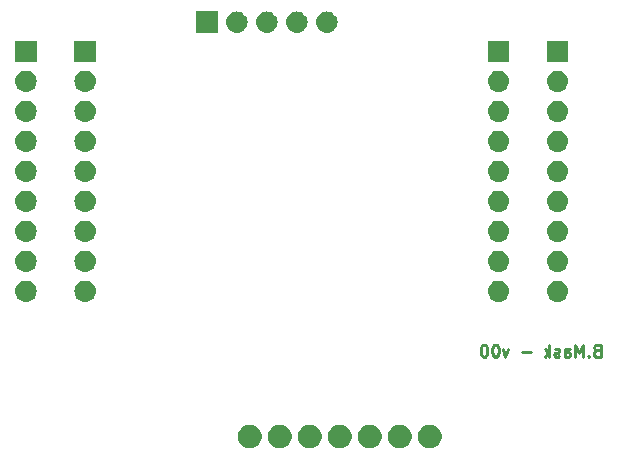
<source format=gbr>
G04 #@! TF.GenerationSoftware,KiCad,Pcbnew,(5.1.0)-1*
G04 #@! TF.CreationDate,2019-06-24T11:41:26+02:00*
G04 #@! TF.ProjectId,RF_433MHz_Receiver,52465f34-3333-44d4-987a-5f5265636569,00*
G04 #@! TF.SameCoordinates,Original*
G04 #@! TF.FileFunction,Soldermask,Bot*
G04 #@! TF.FilePolarity,Negative*
%FSLAX46Y46*%
G04 Gerber Fmt 4.6, Leading zero omitted, Abs format (unit mm)*
G04 Created by KiCad (PCBNEW (5.1.0)-1) date 2019-06-24 11:41:26*
%MOMM*%
%LPD*%
G04 APERTURE LIST*
%ADD10C,0.250000*%
%ADD11C,0.100000*%
G04 APERTURE END LIST*
D10*
X103313285Y-80340571D02*
X103170428Y-80388190D01*
X103122809Y-80435809D01*
X103075190Y-80531047D01*
X103075190Y-80673904D01*
X103122809Y-80769142D01*
X103170428Y-80816761D01*
X103265666Y-80864380D01*
X103646619Y-80864380D01*
X103646619Y-79864380D01*
X103313285Y-79864380D01*
X103218047Y-79912000D01*
X103170428Y-79959619D01*
X103122809Y-80054857D01*
X103122809Y-80150095D01*
X103170428Y-80245333D01*
X103218047Y-80292952D01*
X103313285Y-80340571D01*
X103646619Y-80340571D01*
X102646619Y-80769142D02*
X102599000Y-80816761D01*
X102646619Y-80864380D01*
X102694238Y-80816761D01*
X102646619Y-80769142D01*
X102646619Y-80864380D01*
X102170428Y-80864380D02*
X102170428Y-79864380D01*
X101837095Y-80578666D01*
X101503761Y-79864380D01*
X101503761Y-80864380D01*
X100599000Y-80864380D02*
X100599000Y-80340571D01*
X100646619Y-80245333D01*
X100741857Y-80197714D01*
X100932333Y-80197714D01*
X101027571Y-80245333D01*
X100599000Y-80816761D02*
X100694238Y-80864380D01*
X100932333Y-80864380D01*
X101027571Y-80816761D01*
X101075190Y-80721523D01*
X101075190Y-80626285D01*
X101027571Y-80531047D01*
X100932333Y-80483428D01*
X100694238Y-80483428D01*
X100599000Y-80435809D01*
X100170428Y-80816761D02*
X100075190Y-80864380D01*
X99884714Y-80864380D01*
X99789476Y-80816761D01*
X99741857Y-80721523D01*
X99741857Y-80673904D01*
X99789476Y-80578666D01*
X99884714Y-80531047D01*
X100027571Y-80531047D01*
X100122809Y-80483428D01*
X100170428Y-80388190D01*
X100170428Y-80340571D01*
X100122809Y-80245333D01*
X100027571Y-80197714D01*
X99884714Y-80197714D01*
X99789476Y-80245333D01*
X99313285Y-80864380D02*
X99313285Y-79864380D01*
X99218047Y-80483428D02*
X98932333Y-80864380D01*
X98932333Y-80197714D02*
X99313285Y-80578666D01*
X97741857Y-80483428D02*
X96979952Y-80483428D01*
X95837095Y-80197714D02*
X95599000Y-80864380D01*
X95360904Y-80197714D01*
X94789476Y-79864380D02*
X94694238Y-79864380D01*
X94599000Y-79912000D01*
X94551380Y-79959619D01*
X94503761Y-80054857D01*
X94456142Y-80245333D01*
X94456142Y-80483428D01*
X94503761Y-80673904D01*
X94551380Y-80769142D01*
X94599000Y-80816761D01*
X94694238Y-80864380D01*
X94789476Y-80864380D01*
X94884714Y-80816761D01*
X94932333Y-80769142D01*
X94979952Y-80673904D01*
X95027571Y-80483428D01*
X95027571Y-80245333D01*
X94979952Y-80054857D01*
X94932333Y-79959619D01*
X94884714Y-79912000D01*
X94789476Y-79864380D01*
X93837095Y-79864380D02*
X93741857Y-79864380D01*
X93646619Y-79912000D01*
X93599000Y-79959619D01*
X93551380Y-80054857D01*
X93503761Y-80245333D01*
X93503761Y-80483428D01*
X93551380Y-80673904D01*
X93599000Y-80769142D01*
X93646619Y-80816761D01*
X93741857Y-80864380D01*
X93837095Y-80864380D01*
X93932333Y-80816761D01*
X93979952Y-80769142D01*
X94027571Y-80673904D01*
X94075190Y-80483428D01*
X94075190Y-80245333D01*
X94027571Y-80054857D01*
X93979952Y-79959619D01*
X93932333Y-79912000D01*
X93837095Y-79864380D01*
D11*
G36*
X84300285Y-86652234D02*
G01*
X84396981Y-86671468D01*
X84579151Y-86746926D01*
X84743100Y-86856473D01*
X84882527Y-86995900D01*
X84992074Y-87159849D01*
X85067532Y-87342019D01*
X85106000Y-87535410D01*
X85106000Y-87732590D01*
X85067532Y-87925981D01*
X84992074Y-88108151D01*
X84882527Y-88272100D01*
X84743100Y-88411527D01*
X84579151Y-88521074D01*
X84396981Y-88596532D01*
X84300285Y-88615766D01*
X84203591Y-88635000D01*
X84006409Y-88635000D01*
X83909715Y-88615766D01*
X83813019Y-88596532D01*
X83630849Y-88521074D01*
X83466900Y-88411527D01*
X83327473Y-88272100D01*
X83217926Y-88108151D01*
X83142468Y-87925981D01*
X83104000Y-87732590D01*
X83104000Y-87535410D01*
X83142468Y-87342019D01*
X83217926Y-87159849D01*
X83327473Y-86995900D01*
X83466900Y-86856473D01*
X83630849Y-86746926D01*
X83813019Y-86671468D01*
X83909715Y-86652234D01*
X84006409Y-86633000D01*
X84203591Y-86633000D01*
X84300285Y-86652234D01*
X84300285Y-86652234D01*
G37*
G36*
X86840285Y-86652234D02*
G01*
X86936981Y-86671468D01*
X87119151Y-86746926D01*
X87283100Y-86856473D01*
X87422527Y-86995900D01*
X87532074Y-87159849D01*
X87607532Y-87342019D01*
X87646000Y-87535410D01*
X87646000Y-87732590D01*
X87607532Y-87925981D01*
X87532074Y-88108151D01*
X87422527Y-88272100D01*
X87283100Y-88411527D01*
X87119151Y-88521074D01*
X86936981Y-88596532D01*
X86840285Y-88615766D01*
X86743591Y-88635000D01*
X86546409Y-88635000D01*
X86449715Y-88615766D01*
X86353019Y-88596532D01*
X86170849Y-88521074D01*
X86006900Y-88411527D01*
X85867473Y-88272100D01*
X85757926Y-88108151D01*
X85682468Y-87925981D01*
X85644000Y-87732590D01*
X85644000Y-87535410D01*
X85682468Y-87342019D01*
X85757926Y-87159849D01*
X85867473Y-86995900D01*
X86006900Y-86856473D01*
X86170849Y-86746926D01*
X86353019Y-86671468D01*
X86449715Y-86652234D01*
X86546409Y-86633000D01*
X86743591Y-86633000D01*
X86840285Y-86652234D01*
X86840285Y-86652234D01*
G37*
G36*
X89380285Y-86652234D02*
G01*
X89476981Y-86671468D01*
X89659151Y-86746926D01*
X89823100Y-86856473D01*
X89962527Y-86995900D01*
X90072074Y-87159849D01*
X90147532Y-87342019D01*
X90186000Y-87535410D01*
X90186000Y-87732590D01*
X90147532Y-87925981D01*
X90072074Y-88108151D01*
X89962527Y-88272100D01*
X89823100Y-88411527D01*
X89659151Y-88521074D01*
X89476981Y-88596532D01*
X89380285Y-88615766D01*
X89283591Y-88635000D01*
X89086409Y-88635000D01*
X88989715Y-88615766D01*
X88893019Y-88596532D01*
X88710849Y-88521074D01*
X88546900Y-88411527D01*
X88407473Y-88272100D01*
X88297926Y-88108151D01*
X88222468Y-87925981D01*
X88184000Y-87732590D01*
X88184000Y-87535410D01*
X88222468Y-87342019D01*
X88297926Y-87159849D01*
X88407473Y-86995900D01*
X88546900Y-86856473D01*
X88710849Y-86746926D01*
X88893019Y-86671468D01*
X88989715Y-86652234D01*
X89086409Y-86633000D01*
X89283591Y-86633000D01*
X89380285Y-86652234D01*
X89380285Y-86652234D01*
G37*
G36*
X79220285Y-86652234D02*
G01*
X79316981Y-86671468D01*
X79499151Y-86746926D01*
X79663100Y-86856473D01*
X79802527Y-86995900D01*
X79912074Y-87159849D01*
X79987532Y-87342019D01*
X80026000Y-87535410D01*
X80026000Y-87732590D01*
X79987532Y-87925981D01*
X79912074Y-88108151D01*
X79802527Y-88272100D01*
X79663100Y-88411527D01*
X79499151Y-88521074D01*
X79316981Y-88596532D01*
X79220285Y-88615766D01*
X79123591Y-88635000D01*
X78926409Y-88635000D01*
X78829715Y-88615766D01*
X78733019Y-88596532D01*
X78550849Y-88521074D01*
X78386900Y-88411527D01*
X78247473Y-88272100D01*
X78137926Y-88108151D01*
X78062468Y-87925981D01*
X78024000Y-87732590D01*
X78024000Y-87535410D01*
X78062468Y-87342019D01*
X78137926Y-87159849D01*
X78247473Y-86995900D01*
X78386900Y-86856473D01*
X78550849Y-86746926D01*
X78733019Y-86671468D01*
X78829715Y-86652234D01*
X78926409Y-86633000D01*
X79123591Y-86633000D01*
X79220285Y-86652234D01*
X79220285Y-86652234D01*
G37*
G36*
X74140285Y-86652234D02*
G01*
X74236981Y-86671468D01*
X74419151Y-86746926D01*
X74583100Y-86856473D01*
X74722527Y-86995900D01*
X74832074Y-87159849D01*
X74907532Y-87342019D01*
X74946000Y-87535410D01*
X74946000Y-87732590D01*
X74907532Y-87925981D01*
X74832074Y-88108151D01*
X74722527Y-88272100D01*
X74583100Y-88411527D01*
X74419151Y-88521074D01*
X74236981Y-88596532D01*
X74140285Y-88615766D01*
X74043591Y-88635000D01*
X73846409Y-88635000D01*
X73749715Y-88615766D01*
X73653019Y-88596532D01*
X73470849Y-88521074D01*
X73306900Y-88411527D01*
X73167473Y-88272100D01*
X73057926Y-88108151D01*
X72982468Y-87925981D01*
X72944000Y-87732590D01*
X72944000Y-87535410D01*
X72982468Y-87342019D01*
X73057926Y-87159849D01*
X73167473Y-86995900D01*
X73306900Y-86856473D01*
X73470849Y-86746926D01*
X73653019Y-86671468D01*
X73749715Y-86652234D01*
X73846409Y-86633000D01*
X74043591Y-86633000D01*
X74140285Y-86652234D01*
X74140285Y-86652234D01*
G37*
G36*
X81760285Y-86652234D02*
G01*
X81856981Y-86671468D01*
X82039151Y-86746926D01*
X82203100Y-86856473D01*
X82342527Y-86995900D01*
X82452074Y-87159849D01*
X82527532Y-87342019D01*
X82566000Y-87535410D01*
X82566000Y-87732590D01*
X82527532Y-87925981D01*
X82452074Y-88108151D01*
X82342527Y-88272100D01*
X82203100Y-88411527D01*
X82039151Y-88521074D01*
X81856981Y-88596532D01*
X81760285Y-88615766D01*
X81663591Y-88635000D01*
X81466409Y-88635000D01*
X81369715Y-88615766D01*
X81273019Y-88596532D01*
X81090849Y-88521074D01*
X80926900Y-88411527D01*
X80787473Y-88272100D01*
X80677926Y-88108151D01*
X80602468Y-87925981D01*
X80564000Y-87732590D01*
X80564000Y-87535410D01*
X80602468Y-87342019D01*
X80677926Y-87159849D01*
X80787473Y-86995900D01*
X80926900Y-86856473D01*
X81090849Y-86746926D01*
X81273019Y-86671468D01*
X81369715Y-86652234D01*
X81466409Y-86633000D01*
X81663591Y-86633000D01*
X81760285Y-86652234D01*
X81760285Y-86652234D01*
G37*
G36*
X76680285Y-86652234D02*
G01*
X76776981Y-86671468D01*
X76959151Y-86746926D01*
X77123100Y-86856473D01*
X77262527Y-86995900D01*
X77372074Y-87159849D01*
X77447532Y-87342019D01*
X77486000Y-87535410D01*
X77486000Y-87732590D01*
X77447532Y-87925981D01*
X77372074Y-88108151D01*
X77262527Y-88272100D01*
X77123100Y-88411527D01*
X76959151Y-88521074D01*
X76776981Y-88596532D01*
X76680285Y-88615766D01*
X76583591Y-88635000D01*
X76386409Y-88635000D01*
X76289715Y-88615766D01*
X76193019Y-88596532D01*
X76010849Y-88521074D01*
X75846900Y-88411527D01*
X75707473Y-88272100D01*
X75597926Y-88108151D01*
X75522468Y-87925981D01*
X75484000Y-87732590D01*
X75484000Y-87535410D01*
X75522468Y-87342019D01*
X75597926Y-87159849D01*
X75707473Y-86995900D01*
X75846900Y-86856473D01*
X76010849Y-86746926D01*
X76193019Y-86671468D01*
X76289715Y-86652234D01*
X76386409Y-86633000D01*
X76583591Y-86633000D01*
X76680285Y-86652234D01*
X76680285Y-86652234D01*
G37*
G36*
X100110442Y-74425518D02*
G01*
X100176627Y-74432037D01*
X100346466Y-74483557D01*
X100502991Y-74567222D01*
X100538729Y-74596552D01*
X100640186Y-74679814D01*
X100723448Y-74781271D01*
X100752778Y-74817009D01*
X100836443Y-74973534D01*
X100887963Y-75143373D01*
X100905359Y-75320000D01*
X100887963Y-75496627D01*
X100836443Y-75666466D01*
X100752778Y-75822991D01*
X100723448Y-75858729D01*
X100640186Y-75960186D01*
X100538729Y-76043448D01*
X100502991Y-76072778D01*
X100346466Y-76156443D01*
X100176627Y-76207963D01*
X100110442Y-76214482D01*
X100044260Y-76221000D01*
X99955740Y-76221000D01*
X99889558Y-76214482D01*
X99823373Y-76207963D01*
X99653534Y-76156443D01*
X99497009Y-76072778D01*
X99461271Y-76043448D01*
X99359814Y-75960186D01*
X99276552Y-75858729D01*
X99247222Y-75822991D01*
X99163557Y-75666466D01*
X99112037Y-75496627D01*
X99094641Y-75320000D01*
X99112037Y-75143373D01*
X99163557Y-74973534D01*
X99247222Y-74817009D01*
X99276552Y-74781271D01*
X99359814Y-74679814D01*
X99461271Y-74596552D01*
X99497009Y-74567222D01*
X99653534Y-74483557D01*
X99823373Y-74432037D01*
X99889558Y-74425518D01*
X99955740Y-74419000D01*
X100044260Y-74419000D01*
X100110442Y-74425518D01*
X100110442Y-74425518D01*
G37*
G36*
X95110442Y-74425518D02*
G01*
X95176627Y-74432037D01*
X95346466Y-74483557D01*
X95502991Y-74567222D01*
X95538729Y-74596552D01*
X95640186Y-74679814D01*
X95723448Y-74781271D01*
X95752778Y-74817009D01*
X95836443Y-74973534D01*
X95887963Y-75143373D01*
X95905359Y-75320000D01*
X95887963Y-75496627D01*
X95836443Y-75666466D01*
X95752778Y-75822991D01*
X95723448Y-75858729D01*
X95640186Y-75960186D01*
X95538729Y-76043448D01*
X95502991Y-76072778D01*
X95346466Y-76156443D01*
X95176627Y-76207963D01*
X95110442Y-76214482D01*
X95044260Y-76221000D01*
X94955740Y-76221000D01*
X94889558Y-76214482D01*
X94823373Y-76207963D01*
X94653534Y-76156443D01*
X94497009Y-76072778D01*
X94461271Y-76043448D01*
X94359814Y-75960186D01*
X94276552Y-75858729D01*
X94247222Y-75822991D01*
X94163557Y-75666466D01*
X94112037Y-75496627D01*
X94094641Y-75320000D01*
X94112037Y-75143373D01*
X94163557Y-74973534D01*
X94247222Y-74817009D01*
X94276552Y-74781271D01*
X94359814Y-74679814D01*
X94461271Y-74596552D01*
X94497009Y-74567222D01*
X94653534Y-74483557D01*
X94823373Y-74432037D01*
X94889558Y-74425518D01*
X94955740Y-74419000D01*
X95044260Y-74419000D01*
X95110442Y-74425518D01*
X95110442Y-74425518D01*
G37*
G36*
X60110442Y-74425518D02*
G01*
X60176627Y-74432037D01*
X60346466Y-74483557D01*
X60502991Y-74567222D01*
X60538729Y-74596552D01*
X60640186Y-74679814D01*
X60723448Y-74781271D01*
X60752778Y-74817009D01*
X60836443Y-74973534D01*
X60887963Y-75143373D01*
X60905359Y-75320000D01*
X60887963Y-75496627D01*
X60836443Y-75666466D01*
X60752778Y-75822991D01*
X60723448Y-75858729D01*
X60640186Y-75960186D01*
X60538729Y-76043448D01*
X60502991Y-76072778D01*
X60346466Y-76156443D01*
X60176627Y-76207963D01*
X60110442Y-76214482D01*
X60044260Y-76221000D01*
X59955740Y-76221000D01*
X59889558Y-76214482D01*
X59823373Y-76207963D01*
X59653534Y-76156443D01*
X59497009Y-76072778D01*
X59461271Y-76043448D01*
X59359814Y-75960186D01*
X59276552Y-75858729D01*
X59247222Y-75822991D01*
X59163557Y-75666466D01*
X59112037Y-75496627D01*
X59094641Y-75320000D01*
X59112037Y-75143373D01*
X59163557Y-74973534D01*
X59247222Y-74817009D01*
X59276552Y-74781271D01*
X59359814Y-74679814D01*
X59461271Y-74596552D01*
X59497009Y-74567222D01*
X59653534Y-74483557D01*
X59823373Y-74432037D01*
X59889558Y-74425518D01*
X59955740Y-74419000D01*
X60044260Y-74419000D01*
X60110442Y-74425518D01*
X60110442Y-74425518D01*
G37*
G36*
X55110442Y-74425518D02*
G01*
X55176627Y-74432037D01*
X55346466Y-74483557D01*
X55502991Y-74567222D01*
X55538729Y-74596552D01*
X55640186Y-74679814D01*
X55723448Y-74781271D01*
X55752778Y-74817009D01*
X55836443Y-74973534D01*
X55887963Y-75143373D01*
X55905359Y-75320000D01*
X55887963Y-75496627D01*
X55836443Y-75666466D01*
X55752778Y-75822991D01*
X55723448Y-75858729D01*
X55640186Y-75960186D01*
X55538729Y-76043448D01*
X55502991Y-76072778D01*
X55346466Y-76156443D01*
X55176627Y-76207963D01*
X55110442Y-76214482D01*
X55044260Y-76221000D01*
X54955740Y-76221000D01*
X54889558Y-76214482D01*
X54823373Y-76207963D01*
X54653534Y-76156443D01*
X54497009Y-76072778D01*
X54461271Y-76043448D01*
X54359814Y-75960186D01*
X54276552Y-75858729D01*
X54247222Y-75822991D01*
X54163557Y-75666466D01*
X54112037Y-75496627D01*
X54094641Y-75320000D01*
X54112037Y-75143373D01*
X54163557Y-74973534D01*
X54247222Y-74817009D01*
X54276552Y-74781271D01*
X54359814Y-74679814D01*
X54461271Y-74596552D01*
X54497009Y-74567222D01*
X54653534Y-74483557D01*
X54823373Y-74432037D01*
X54889558Y-74425518D01*
X54955740Y-74419000D01*
X55044260Y-74419000D01*
X55110442Y-74425518D01*
X55110442Y-74425518D01*
G37*
G36*
X95110443Y-71885519D02*
G01*
X95176627Y-71892037D01*
X95346466Y-71943557D01*
X95502991Y-72027222D01*
X95538729Y-72056552D01*
X95640186Y-72139814D01*
X95723448Y-72241271D01*
X95752778Y-72277009D01*
X95836443Y-72433534D01*
X95887963Y-72603373D01*
X95905359Y-72780000D01*
X95887963Y-72956627D01*
X95836443Y-73126466D01*
X95752778Y-73282991D01*
X95723448Y-73318729D01*
X95640186Y-73420186D01*
X95538729Y-73503448D01*
X95502991Y-73532778D01*
X95346466Y-73616443D01*
X95176627Y-73667963D01*
X95110443Y-73674481D01*
X95044260Y-73681000D01*
X94955740Y-73681000D01*
X94889557Y-73674481D01*
X94823373Y-73667963D01*
X94653534Y-73616443D01*
X94497009Y-73532778D01*
X94461271Y-73503448D01*
X94359814Y-73420186D01*
X94276552Y-73318729D01*
X94247222Y-73282991D01*
X94163557Y-73126466D01*
X94112037Y-72956627D01*
X94094641Y-72780000D01*
X94112037Y-72603373D01*
X94163557Y-72433534D01*
X94247222Y-72277009D01*
X94276552Y-72241271D01*
X94359814Y-72139814D01*
X94461271Y-72056552D01*
X94497009Y-72027222D01*
X94653534Y-71943557D01*
X94823373Y-71892037D01*
X94889557Y-71885519D01*
X94955740Y-71879000D01*
X95044260Y-71879000D01*
X95110443Y-71885519D01*
X95110443Y-71885519D01*
G37*
G36*
X60110443Y-71885519D02*
G01*
X60176627Y-71892037D01*
X60346466Y-71943557D01*
X60502991Y-72027222D01*
X60538729Y-72056552D01*
X60640186Y-72139814D01*
X60723448Y-72241271D01*
X60752778Y-72277009D01*
X60836443Y-72433534D01*
X60887963Y-72603373D01*
X60905359Y-72780000D01*
X60887963Y-72956627D01*
X60836443Y-73126466D01*
X60752778Y-73282991D01*
X60723448Y-73318729D01*
X60640186Y-73420186D01*
X60538729Y-73503448D01*
X60502991Y-73532778D01*
X60346466Y-73616443D01*
X60176627Y-73667963D01*
X60110443Y-73674481D01*
X60044260Y-73681000D01*
X59955740Y-73681000D01*
X59889557Y-73674481D01*
X59823373Y-73667963D01*
X59653534Y-73616443D01*
X59497009Y-73532778D01*
X59461271Y-73503448D01*
X59359814Y-73420186D01*
X59276552Y-73318729D01*
X59247222Y-73282991D01*
X59163557Y-73126466D01*
X59112037Y-72956627D01*
X59094641Y-72780000D01*
X59112037Y-72603373D01*
X59163557Y-72433534D01*
X59247222Y-72277009D01*
X59276552Y-72241271D01*
X59359814Y-72139814D01*
X59461271Y-72056552D01*
X59497009Y-72027222D01*
X59653534Y-71943557D01*
X59823373Y-71892037D01*
X59889557Y-71885519D01*
X59955740Y-71879000D01*
X60044260Y-71879000D01*
X60110443Y-71885519D01*
X60110443Y-71885519D01*
G37*
G36*
X55110443Y-71885519D02*
G01*
X55176627Y-71892037D01*
X55346466Y-71943557D01*
X55502991Y-72027222D01*
X55538729Y-72056552D01*
X55640186Y-72139814D01*
X55723448Y-72241271D01*
X55752778Y-72277009D01*
X55836443Y-72433534D01*
X55887963Y-72603373D01*
X55905359Y-72780000D01*
X55887963Y-72956627D01*
X55836443Y-73126466D01*
X55752778Y-73282991D01*
X55723448Y-73318729D01*
X55640186Y-73420186D01*
X55538729Y-73503448D01*
X55502991Y-73532778D01*
X55346466Y-73616443D01*
X55176627Y-73667963D01*
X55110443Y-73674481D01*
X55044260Y-73681000D01*
X54955740Y-73681000D01*
X54889557Y-73674481D01*
X54823373Y-73667963D01*
X54653534Y-73616443D01*
X54497009Y-73532778D01*
X54461271Y-73503448D01*
X54359814Y-73420186D01*
X54276552Y-73318729D01*
X54247222Y-73282991D01*
X54163557Y-73126466D01*
X54112037Y-72956627D01*
X54094641Y-72780000D01*
X54112037Y-72603373D01*
X54163557Y-72433534D01*
X54247222Y-72277009D01*
X54276552Y-72241271D01*
X54359814Y-72139814D01*
X54461271Y-72056552D01*
X54497009Y-72027222D01*
X54653534Y-71943557D01*
X54823373Y-71892037D01*
X54889557Y-71885519D01*
X54955740Y-71879000D01*
X55044260Y-71879000D01*
X55110443Y-71885519D01*
X55110443Y-71885519D01*
G37*
G36*
X100110443Y-71885519D02*
G01*
X100176627Y-71892037D01*
X100346466Y-71943557D01*
X100502991Y-72027222D01*
X100538729Y-72056552D01*
X100640186Y-72139814D01*
X100723448Y-72241271D01*
X100752778Y-72277009D01*
X100836443Y-72433534D01*
X100887963Y-72603373D01*
X100905359Y-72780000D01*
X100887963Y-72956627D01*
X100836443Y-73126466D01*
X100752778Y-73282991D01*
X100723448Y-73318729D01*
X100640186Y-73420186D01*
X100538729Y-73503448D01*
X100502991Y-73532778D01*
X100346466Y-73616443D01*
X100176627Y-73667963D01*
X100110443Y-73674481D01*
X100044260Y-73681000D01*
X99955740Y-73681000D01*
X99889557Y-73674481D01*
X99823373Y-73667963D01*
X99653534Y-73616443D01*
X99497009Y-73532778D01*
X99461271Y-73503448D01*
X99359814Y-73420186D01*
X99276552Y-73318729D01*
X99247222Y-73282991D01*
X99163557Y-73126466D01*
X99112037Y-72956627D01*
X99094641Y-72780000D01*
X99112037Y-72603373D01*
X99163557Y-72433534D01*
X99247222Y-72277009D01*
X99276552Y-72241271D01*
X99359814Y-72139814D01*
X99461271Y-72056552D01*
X99497009Y-72027222D01*
X99653534Y-71943557D01*
X99823373Y-71892037D01*
X99889557Y-71885519D01*
X99955740Y-71879000D01*
X100044260Y-71879000D01*
X100110443Y-71885519D01*
X100110443Y-71885519D01*
G37*
G36*
X95110443Y-69345519D02*
G01*
X95176627Y-69352037D01*
X95346466Y-69403557D01*
X95502991Y-69487222D01*
X95538729Y-69516552D01*
X95640186Y-69599814D01*
X95723448Y-69701271D01*
X95752778Y-69737009D01*
X95836443Y-69893534D01*
X95887963Y-70063373D01*
X95905359Y-70240000D01*
X95887963Y-70416627D01*
X95836443Y-70586466D01*
X95752778Y-70742991D01*
X95723448Y-70778729D01*
X95640186Y-70880186D01*
X95538729Y-70963448D01*
X95502991Y-70992778D01*
X95346466Y-71076443D01*
X95176627Y-71127963D01*
X95110442Y-71134482D01*
X95044260Y-71141000D01*
X94955740Y-71141000D01*
X94889558Y-71134482D01*
X94823373Y-71127963D01*
X94653534Y-71076443D01*
X94497009Y-70992778D01*
X94461271Y-70963448D01*
X94359814Y-70880186D01*
X94276552Y-70778729D01*
X94247222Y-70742991D01*
X94163557Y-70586466D01*
X94112037Y-70416627D01*
X94094641Y-70240000D01*
X94112037Y-70063373D01*
X94163557Y-69893534D01*
X94247222Y-69737009D01*
X94276552Y-69701271D01*
X94359814Y-69599814D01*
X94461271Y-69516552D01*
X94497009Y-69487222D01*
X94653534Y-69403557D01*
X94823373Y-69352037D01*
X94889557Y-69345519D01*
X94955740Y-69339000D01*
X95044260Y-69339000D01*
X95110443Y-69345519D01*
X95110443Y-69345519D01*
G37*
G36*
X60110443Y-69345519D02*
G01*
X60176627Y-69352037D01*
X60346466Y-69403557D01*
X60502991Y-69487222D01*
X60538729Y-69516552D01*
X60640186Y-69599814D01*
X60723448Y-69701271D01*
X60752778Y-69737009D01*
X60836443Y-69893534D01*
X60887963Y-70063373D01*
X60905359Y-70240000D01*
X60887963Y-70416627D01*
X60836443Y-70586466D01*
X60752778Y-70742991D01*
X60723448Y-70778729D01*
X60640186Y-70880186D01*
X60538729Y-70963448D01*
X60502991Y-70992778D01*
X60346466Y-71076443D01*
X60176627Y-71127963D01*
X60110442Y-71134482D01*
X60044260Y-71141000D01*
X59955740Y-71141000D01*
X59889558Y-71134482D01*
X59823373Y-71127963D01*
X59653534Y-71076443D01*
X59497009Y-70992778D01*
X59461271Y-70963448D01*
X59359814Y-70880186D01*
X59276552Y-70778729D01*
X59247222Y-70742991D01*
X59163557Y-70586466D01*
X59112037Y-70416627D01*
X59094641Y-70240000D01*
X59112037Y-70063373D01*
X59163557Y-69893534D01*
X59247222Y-69737009D01*
X59276552Y-69701271D01*
X59359814Y-69599814D01*
X59461271Y-69516552D01*
X59497009Y-69487222D01*
X59653534Y-69403557D01*
X59823373Y-69352037D01*
X59889557Y-69345519D01*
X59955740Y-69339000D01*
X60044260Y-69339000D01*
X60110443Y-69345519D01*
X60110443Y-69345519D01*
G37*
G36*
X55110443Y-69345519D02*
G01*
X55176627Y-69352037D01*
X55346466Y-69403557D01*
X55502991Y-69487222D01*
X55538729Y-69516552D01*
X55640186Y-69599814D01*
X55723448Y-69701271D01*
X55752778Y-69737009D01*
X55836443Y-69893534D01*
X55887963Y-70063373D01*
X55905359Y-70240000D01*
X55887963Y-70416627D01*
X55836443Y-70586466D01*
X55752778Y-70742991D01*
X55723448Y-70778729D01*
X55640186Y-70880186D01*
X55538729Y-70963448D01*
X55502991Y-70992778D01*
X55346466Y-71076443D01*
X55176627Y-71127963D01*
X55110442Y-71134482D01*
X55044260Y-71141000D01*
X54955740Y-71141000D01*
X54889558Y-71134482D01*
X54823373Y-71127963D01*
X54653534Y-71076443D01*
X54497009Y-70992778D01*
X54461271Y-70963448D01*
X54359814Y-70880186D01*
X54276552Y-70778729D01*
X54247222Y-70742991D01*
X54163557Y-70586466D01*
X54112037Y-70416627D01*
X54094641Y-70240000D01*
X54112037Y-70063373D01*
X54163557Y-69893534D01*
X54247222Y-69737009D01*
X54276552Y-69701271D01*
X54359814Y-69599814D01*
X54461271Y-69516552D01*
X54497009Y-69487222D01*
X54653534Y-69403557D01*
X54823373Y-69352037D01*
X54889557Y-69345519D01*
X54955740Y-69339000D01*
X55044260Y-69339000D01*
X55110443Y-69345519D01*
X55110443Y-69345519D01*
G37*
G36*
X100110443Y-69345519D02*
G01*
X100176627Y-69352037D01*
X100346466Y-69403557D01*
X100502991Y-69487222D01*
X100538729Y-69516552D01*
X100640186Y-69599814D01*
X100723448Y-69701271D01*
X100752778Y-69737009D01*
X100836443Y-69893534D01*
X100887963Y-70063373D01*
X100905359Y-70240000D01*
X100887963Y-70416627D01*
X100836443Y-70586466D01*
X100752778Y-70742991D01*
X100723448Y-70778729D01*
X100640186Y-70880186D01*
X100538729Y-70963448D01*
X100502991Y-70992778D01*
X100346466Y-71076443D01*
X100176627Y-71127963D01*
X100110442Y-71134482D01*
X100044260Y-71141000D01*
X99955740Y-71141000D01*
X99889558Y-71134482D01*
X99823373Y-71127963D01*
X99653534Y-71076443D01*
X99497009Y-70992778D01*
X99461271Y-70963448D01*
X99359814Y-70880186D01*
X99276552Y-70778729D01*
X99247222Y-70742991D01*
X99163557Y-70586466D01*
X99112037Y-70416627D01*
X99094641Y-70240000D01*
X99112037Y-70063373D01*
X99163557Y-69893534D01*
X99247222Y-69737009D01*
X99276552Y-69701271D01*
X99359814Y-69599814D01*
X99461271Y-69516552D01*
X99497009Y-69487222D01*
X99653534Y-69403557D01*
X99823373Y-69352037D01*
X99889557Y-69345519D01*
X99955740Y-69339000D01*
X100044260Y-69339000D01*
X100110443Y-69345519D01*
X100110443Y-69345519D01*
G37*
G36*
X95110443Y-66805519D02*
G01*
X95176627Y-66812037D01*
X95346466Y-66863557D01*
X95502991Y-66947222D01*
X95538729Y-66976552D01*
X95640186Y-67059814D01*
X95723448Y-67161271D01*
X95752778Y-67197009D01*
X95836443Y-67353534D01*
X95887963Y-67523373D01*
X95905359Y-67700000D01*
X95887963Y-67876627D01*
X95836443Y-68046466D01*
X95752778Y-68202991D01*
X95723448Y-68238729D01*
X95640186Y-68340186D01*
X95538729Y-68423448D01*
X95502991Y-68452778D01*
X95346466Y-68536443D01*
X95176627Y-68587963D01*
X95110443Y-68594481D01*
X95044260Y-68601000D01*
X94955740Y-68601000D01*
X94889557Y-68594481D01*
X94823373Y-68587963D01*
X94653534Y-68536443D01*
X94497009Y-68452778D01*
X94461271Y-68423448D01*
X94359814Y-68340186D01*
X94276552Y-68238729D01*
X94247222Y-68202991D01*
X94163557Y-68046466D01*
X94112037Y-67876627D01*
X94094641Y-67700000D01*
X94112037Y-67523373D01*
X94163557Y-67353534D01*
X94247222Y-67197009D01*
X94276552Y-67161271D01*
X94359814Y-67059814D01*
X94461271Y-66976552D01*
X94497009Y-66947222D01*
X94653534Y-66863557D01*
X94823373Y-66812037D01*
X94889557Y-66805519D01*
X94955740Y-66799000D01*
X95044260Y-66799000D01*
X95110443Y-66805519D01*
X95110443Y-66805519D01*
G37*
G36*
X60110443Y-66805519D02*
G01*
X60176627Y-66812037D01*
X60346466Y-66863557D01*
X60502991Y-66947222D01*
X60538729Y-66976552D01*
X60640186Y-67059814D01*
X60723448Y-67161271D01*
X60752778Y-67197009D01*
X60836443Y-67353534D01*
X60887963Y-67523373D01*
X60905359Y-67700000D01*
X60887963Y-67876627D01*
X60836443Y-68046466D01*
X60752778Y-68202991D01*
X60723448Y-68238729D01*
X60640186Y-68340186D01*
X60538729Y-68423448D01*
X60502991Y-68452778D01*
X60346466Y-68536443D01*
X60176627Y-68587963D01*
X60110443Y-68594481D01*
X60044260Y-68601000D01*
X59955740Y-68601000D01*
X59889557Y-68594481D01*
X59823373Y-68587963D01*
X59653534Y-68536443D01*
X59497009Y-68452778D01*
X59461271Y-68423448D01*
X59359814Y-68340186D01*
X59276552Y-68238729D01*
X59247222Y-68202991D01*
X59163557Y-68046466D01*
X59112037Y-67876627D01*
X59094641Y-67700000D01*
X59112037Y-67523373D01*
X59163557Y-67353534D01*
X59247222Y-67197009D01*
X59276552Y-67161271D01*
X59359814Y-67059814D01*
X59461271Y-66976552D01*
X59497009Y-66947222D01*
X59653534Y-66863557D01*
X59823373Y-66812037D01*
X59889557Y-66805519D01*
X59955740Y-66799000D01*
X60044260Y-66799000D01*
X60110443Y-66805519D01*
X60110443Y-66805519D01*
G37*
G36*
X100110443Y-66805519D02*
G01*
X100176627Y-66812037D01*
X100346466Y-66863557D01*
X100502991Y-66947222D01*
X100538729Y-66976552D01*
X100640186Y-67059814D01*
X100723448Y-67161271D01*
X100752778Y-67197009D01*
X100836443Y-67353534D01*
X100887963Y-67523373D01*
X100905359Y-67700000D01*
X100887963Y-67876627D01*
X100836443Y-68046466D01*
X100752778Y-68202991D01*
X100723448Y-68238729D01*
X100640186Y-68340186D01*
X100538729Y-68423448D01*
X100502991Y-68452778D01*
X100346466Y-68536443D01*
X100176627Y-68587963D01*
X100110443Y-68594481D01*
X100044260Y-68601000D01*
X99955740Y-68601000D01*
X99889557Y-68594481D01*
X99823373Y-68587963D01*
X99653534Y-68536443D01*
X99497009Y-68452778D01*
X99461271Y-68423448D01*
X99359814Y-68340186D01*
X99276552Y-68238729D01*
X99247222Y-68202991D01*
X99163557Y-68046466D01*
X99112037Y-67876627D01*
X99094641Y-67700000D01*
X99112037Y-67523373D01*
X99163557Y-67353534D01*
X99247222Y-67197009D01*
X99276552Y-67161271D01*
X99359814Y-67059814D01*
X99461271Y-66976552D01*
X99497009Y-66947222D01*
X99653534Y-66863557D01*
X99823373Y-66812037D01*
X99889557Y-66805519D01*
X99955740Y-66799000D01*
X100044260Y-66799000D01*
X100110443Y-66805519D01*
X100110443Y-66805519D01*
G37*
G36*
X55110443Y-66805519D02*
G01*
X55176627Y-66812037D01*
X55346466Y-66863557D01*
X55502991Y-66947222D01*
X55538729Y-66976552D01*
X55640186Y-67059814D01*
X55723448Y-67161271D01*
X55752778Y-67197009D01*
X55836443Y-67353534D01*
X55887963Y-67523373D01*
X55905359Y-67700000D01*
X55887963Y-67876627D01*
X55836443Y-68046466D01*
X55752778Y-68202991D01*
X55723448Y-68238729D01*
X55640186Y-68340186D01*
X55538729Y-68423448D01*
X55502991Y-68452778D01*
X55346466Y-68536443D01*
X55176627Y-68587963D01*
X55110443Y-68594481D01*
X55044260Y-68601000D01*
X54955740Y-68601000D01*
X54889557Y-68594481D01*
X54823373Y-68587963D01*
X54653534Y-68536443D01*
X54497009Y-68452778D01*
X54461271Y-68423448D01*
X54359814Y-68340186D01*
X54276552Y-68238729D01*
X54247222Y-68202991D01*
X54163557Y-68046466D01*
X54112037Y-67876627D01*
X54094641Y-67700000D01*
X54112037Y-67523373D01*
X54163557Y-67353534D01*
X54247222Y-67197009D01*
X54276552Y-67161271D01*
X54359814Y-67059814D01*
X54461271Y-66976552D01*
X54497009Y-66947222D01*
X54653534Y-66863557D01*
X54823373Y-66812037D01*
X54889557Y-66805519D01*
X54955740Y-66799000D01*
X55044260Y-66799000D01*
X55110443Y-66805519D01*
X55110443Y-66805519D01*
G37*
G36*
X100110442Y-64265518D02*
G01*
X100176627Y-64272037D01*
X100346466Y-64323557D01*
X100502991Y-64407222D01*
X100538729Y-64436552D01*
X100640186Y-64519814D01*
X100723448Y-64621271D01*
X100752778Y-64657009D01*
X100836443Y-64813534D01*
X100887963Y-64983373D01*
X100905359Y-65160000D01*
X100887963Y-65336627D01*
X100836443Y-65506466D01*
X100752778Y-65662991D01*
X100723448Y-65698729D01*
X100640186Y-65800186D01*
X100538729Y-65883448D01*
X100502991Y-65912778D01*
X100346466Y-65996443D01*
X100176627Y-66047963D01*
X100110442Y-66054482D01*
X100044260Y-66061000D01*
X99955740Y-66061000D01*
X99889558Y-66054482D01*
X99823373Y-66047963D01*
X99653534Y-65996443D01*
X99497009Y-65912778D01*
X99461271Y-65883448D01*
X99359814Y-65800186D01*
X99276552Y-65698729D01*
X99247222Y-65662991D01*
X99163557Y-65506466D01*
X99112037Y-65336627D01*
X99094641Y-65160000D01*
X99112037Y-64983373D01*
X99163557Y-64813534D01*
X99247222Y-64657009D01*
X99276552Y-64621271D01*
X99359814Y-64519814D01*
X99461271Y-64436552D01*
X99497009Y-64407222D01*
X99653534Y-64323557D01*
X99823373Y-64272037D01*
X99889558Y-64265518D01*
X99955740Y-64259000D01*
X100044260Y-64259000D01*
X100110442Y-64265518D01*
X100110442Y-64265518D01*
G37*
G36*
X95110442Y-64265518D02*
G01*
X95176627Y-64272037D01*
X95346466Y-64323557D01*
X95502991Y-64407222D01*
X95538729Y-64436552D01*
X95640186Y-64519814D01*
X95723448Y-64621271D01*
X95752778Y-64657009D01*
X95836443Y-64813534D01*
X95887963Y-64983373D01*
X95905359Y-65160000D01*
X95887963Y-65336627D01*
X95836443Y-65506466D01*
X95752778Y-65662991D01*
X95723448Y-65698729D01*
X95640186Y-65800186D01*
X95538729Y-65883448D01*
X95502991Y-65912778D01*
X95346466Y-65996443D01*
X95176627Y-66047963D01*
X95110442Y-66054482D01*
X95044260Y-66061000D01*
X94955740Y-66061000D01*
X94889558Y-66054482D01*
X94823373Y-66047963D01*
X94653534Y-65996443D01*
X94497009Y-65912778D01*
X94461271Y-65883448D01*
X94359814Y-65800186D01*
X94276552Y-65698729D01*
X94247222Y-65662991D01*
X94163557Y-65506466D01*
X94112037Y-65336627D01*
X94094641Y-65160000D01*
X94112037Y-64983373D01*
X94163557Y-64813534D01*
X94247222Y-64657009D01*
X94276552Y-64621271D01*
X94359814Y-64519814D01*
X94461271Y-64436552D01*
X94497009Y-64407222D01*
X94653534Y-64323557D01*
X94823373Y-64272037D01*
X94889558Y-64265518D01*
X94955740Y-64259000D01*
X95044260Y-64259000D01*
X95110442Y-64265518D01*
X95110442Y-64265518D01*
G37*
G36*
X55110442Y-64265518D02*
G01*
X55176627Y-64272037D01*
X55346466Y-64323557D01*
X55502991Y-64407222D01*
X55538729Y-64436552D01*
X55640186Y-64519814D01*
X55723448Y-64621271D01*
X55752778Y-64657009D01*
X55836443Y-64813534D01*
X55887963Y-64983373D01*
X55905359Y-65160000D01*
X55887963Y-65336627D01*
X55836443Y-65506466D01*
X55752778Y-65662991D01*
X55723448Y-65698729D01*
X55640186Y-65800186D01*
X55538729Y-65883448D01*
X55502991Y-65912778D01*
X55346466Y-65996443D01*
X55176627Y-66047963D01*
X55110442Y-66054482D01*
X55044260Y-66061000D01*
X54955740Y-66061000D01*
X54889558Y-66054482D01*
X54823373Y-66047963D01*
X54653534Y-65996443D01*
X54497009Y-65912778D01*
X54461271Y-65883448D01*
X54359814Y-65800186D01*
X54276552Y-65698729D01*
X54247222Y-65662991D01*
X54163557Y-65506466D01*
X54112037Y-65336627D01*
X54094641Y-65160000D01*
X54112037Y-64983373D01*
X54163557Y-64813534D01*
X54247222Y-64657009D01*
X54276552Y-64621271D01*
X54359814Y-64519814D01*
X54461271Y-64436552D01*
X54497009Y-64407222D01*
X54653534Y-64323557D01*
X54823373Y-64272037D01*
X54889558Y-64265518D01*
X54955740Y-64259000D01*
X55044260Y-64259000D01*
X55110442Y-64265518D01*
X55110442Y-64265518D01*
G37*
G36*
X60110442Y-64265518D02*
G01*
X60176627Y-64272037D01*
X60346466Y-64323557D01*
X60502991Y-64407222D01*
X60538729Y-64436552D01*
X60640186Y-64519814D01*
X60723448Y-64621271D01*
X60752778Y-64657009D01*
X60836443Y-64813534D01*
X60887963Y-64983373D01*
X60905359Y-65160000D01*
X60887963Y-65336627D01*
X60836443Y-65506466D01*
X60752778Y-65662991D01*
X60723448Y-65698729D01*
X60640186Y-65800186D01*
X60538729Y-65883448D01*
X60502991Y-65912778D01*
X60346466Y-65996443D01*
X60176627Y-66047963D01*
X60110442Y-66054482D01*
X60044260Y-66061000D01*
X59955740Y-66061000D01*
X59889558Y-66054482D01*
X59823373Y-66047963D01*
X59653534Y-65996443D01*
X59497009Y-65912778D01*
X59461271Y-65883448D01*
X59359814Y-65800186D01*
X59276552Y-65698729D01*
X59247222Y-65662991D01*
X59163557Y-65506466D01*
X59112037Y-65336627D01*
X59094641Y-65160000D01*
X59112037Y-64983373D01*
X59163557Y-64813534D01*
X59247222Y-64657009D01*
X59276552Y-64621271D01*
X59359814Y-64519814D01*
X59461271Y-64436552D01*
X59497009Y-64407222D01*
X59653534Y-64323557D01*
X59823373Y-64272037D01*
X59889558Y-64265518D01*
X59955740Y-64259000D01*
X60044260Y-64259000D01*
X60110442Y-64265518D01*
X60110442Y-64265518D01*
G37*
G36*
X60110443Y-61725519D02*
G01*
X60176627Y-61732037D01*
X60346466Y-61783557D01*
X60502991Y-61867222D01*
X60538729Y-61896552D01*
X60640186Y-61979814D01*
X60723448Y-62081271D01*
X60752778Y-62117009D01*
X60836443Y-62273534D01*
X60887963Y-62443373D01*
X60905359Y-62620000D01*
X60887963Y-62796627D01*
X60836443Y-62966466D01*
X60752778Y-63122991D01*
X60723448Y-63158729D01*
X60640186Y-63260186D01*
X60538729Y-63343448D01*
X60502991Y-63372778D01*
X60346466Y-63456443D01*
X60176627Y-63507963D01*
X60110443Y-63514481D01*
X60044260Y-63521000D01*
X59955740Y-63521000D01*
X59889557Y-63514481D01*
X59823373Y-63507963D01*
X59653534Y-63456443D01*
X59497009Y-63372778D01*
X59461271Y-63343448D01*
X59359814Y-63260186D01*
X59276552Y-63158729D01*
X59247222Y-63122991D01*
X59163557Y-62966466D01*
X59112037Y-62796627D01*
X59094641Y-62620000D01*
X59112037Y-62443373D01*
X59163557Y-62273534D01*
X59247222Y-62117009D01*
X59276552Y-62081271D01*
X59359814Y-61979814D01*
X59461271Y-61896552D01*
X59497009Y-61867222D01*
X59653534Y-61783557D01*
X59823373Y-61732037D01*
X59889557Y-61725519D01*
X59955740Y-61719000D01*
X60044260Y-61719000D01*
X60110443Y-61725519D01*
X60110443Y-61725519D01*
G37*
G36*
X100110443Y-61725519D02*
G01*
X100176627Y-61732037D01*
X100346466Y-61783557D01*
X100502991Y-61867222D01*
X100538729Y-61896552D01*
X100640186Y-61979814D01*
X100723448Y-62081271D01*
X100752778Y-62117009D01*
X100836443Y-62273534D01*
X100887963Y-62443373D01*
X100905359Y-62620000D01*
X100887963Y-62796627D01*
X100836443Y-62966466D01*
X100752778Y-63122991D01*
X100723448Y-63158729D01*
X100640186Y-63260186D01*
X100538729Y-63343448D01*
X100502991Y-63372778D01*
X100346466Y-63456443D01*
X100176627Y-63507963D01*
X100110443Y-63514481D01*
X100044260Y-63521000D01*
X99955740Y-63521000D01*
X99889557Y-63514481D01*
X99823373Y-63507963D01*
X99653534Y-63456443D01*
X99497009Y-63372778D01*
X99461271Y-63343448D01*
X99359814Y-63260186D01*
X99276552Y-63158729D01*
X99247222Y-63122991D01*
X99163557Y-62966466D01*
X99112037Y-62796627D01*
X99094641Y-62620000D01*
X99112037Y-62443373D01*
X99163557Y-62273534D01*
X99247222Y-62117009D01*
X99276552Y-62081271D01*
X99359814Y-61979814D01*
X99461271Y-61896552D01*
X99497009Y-61867222D01*
X99653534Y-61783557D01*
X99823373Y-61732037D01*
X99889557Y-61725519D01*
X99955740Y-61719000D01*
X100044260Y-61719000D01*
X100110443Y-61725519D01*
X100110443Y-61725519D01*
G37*
G36*
X95110443Y-61725519D02*
G01*
X95176627Y-61732037D01*
X95346466Y-61783557D01*
X95502991Y-61867222D01*
X95538729Y-61896552D01*
X95640186Y-61979814D01*
X95723448Y-62081271D01*
X95752778Y-62117009D01*
X95836443Y-62273534D01*
X95887963Y-62443373D01*
X95905359Y-62620000D01*
X95887963Y-62796627D01*
X95836443Y-62966466D01*
X95752778Y-63122991D01*
X95723448Y-63158729D01*
X95640186Y-63260186D01*
X95538729Y-63343448D01*
X95502991Y-63372778D01*
X95346466Y-63456443D01*
X95176627Y-63507963D01*
X95110443Y-63514481D01*
X95044260Y-63521000D01*
X94955740Y-63521000D01*
X94889557Y-63514481D01*
X94823373Y-63507963D01*
X94653534Y-63456443D01*
X94497009Y-63372778D01*
X94461271Y-63343448D01*
X94359814Y-63260186D01*
X94276552Y-63158729D01*
X94247222Y-63122991D01*
X94163557Y-62966466D01*
X94112037Y-62796627D01*
X94094641Y-62620000D01*
X94112037Y-62443373D01*
X94163557Y-62273534D01*
X94247222Y-62117009D01*
X94276552Y-62081271D01*
X94359814Y-61979814D01*
X94461271Y-61896552D01*
X94497009Y-61867222D01*
X94653534Y-61783557D01*
X94823373Y-61732037D01*
X94889557Y-61725519D01*
X94955740Y-61719000D01*
X95044260Y-61719000D01*
X95110443Y-61725519D01*
X95110443Y-61725519D01*
G37*
G36*
X55110443Y-61725519D02*
G01*
X55176627Y-61732037D01*
X55346466Y-61783557D01*
X55502991Y-61867222D01*
X55538729Y-61896552D01*
X55640186Y-61979814D01*
X55723448Y-62081271D01*
X55752778Y-62117009D01*
X55836443Y-62273534D01*
X55887963Y-62443373D01*
X55905359Y-62620000D01*
X55887963Y-62796627D01*
X55836443Y-62966466D01*
X55752778Y-63122991D01*
X55723448Y-63158729D01*
X55640186Y-63260186D01*
X55538729Y-63343448D01*
X55502991Y-63372778D01*
X55346466Y-63456443D01*
X55176627Y-63507963D01*
X55110443Y-63514481D01*
X55044260Y-63521000D01*
X54955740Y-63521000D01*
X54889557Y-63514481D01*
X54823373Y-63507963D01*
X54653534Y-63456443D01*
X54497009Y-63372778D01*
X54461271Y-63343448D01*
X54359814Y-63260186D01*
X54276552Y-63158729D01*
X54247222Y-63122991D01*
X54163557Y-62966466D01*
X54112037Y-62796627D01*
X54094641Y-62620000D01*
X54112037Y-62443373D01*
X54163557Y-62273534D01*
X54247222Y-62117009D01*
X54276552Y-62081271D01*
X54359814Y-61979814D01*
X54461271Y-61896552D01*
X54497009Y-61867222D01*
X54653534Y-61783557D01*
X54823373Y-61732037D01*
X54889557Y-61725519D01*
X54955740Y-61719000D01*
X55044260Y-61719000D01*
X55110443Y-61725519D01*
X55110443Y-61725519D01*
G37*
G36*
X95110442Y-59185518D02*
G01*
X95176627Y-59192037D01*
X95346466Y-59243557D01*
X95502991Y-59327222D01*
X95538729Y-59356552D01*
X95640186Y-59439814D01*
X95723448Y-59541271D01*
X95752778Y-59577009D01*
X95836443Y-59733534D01*
X95887963Y-59903373D01*
X95905359Y-60080000D01*
X95887963Y-60256627D01*
X95836443Y-60426466D01*
X95752778Y-60582991D01*
X95723448Y-60618729D01*
X95640186Y-60720186D01*
X95538729Y-60803448D01*
X95502991Y-60832778D01*
X95346466Y-60916443D01*
X95176627Y-60967963D01*
X95110443Y-60974481D01*
X95044260Y-60981000D01*
X94955740Y-60981000D01*
X94889557Y-60974481D01*
X94823373Y-60967963D01*
X94653534Y-60916443D01*
X94497009Y-60832778D01*
X94461271Y-60803448D01*
X94359814Y-60720186D01*
X94276552Y-60618729D01*
X94247222Y-60582991D01*
X94163557Y-60426466D01*
X94112037Y-60256627D01*
X94094641Y-60080000D01*
X94112037Y-59903373D01*
X94163557Y-59733534D01*
X94247222Y-59577009D01*
X94276552Y-59541271D01*
X94359814Y-59439814D01*
X94461271Y-59356552D01*
X94497009Y-59327222D01*
X94653534Y-59243557D01*
X94823373Y-59192037D01*
X94889558Y-59185518D01*
X94955740Y-59179000D01*
X95044260Y-59179000D01*
X95110442Y-59185518D01*
X95110442Y-59185518D01*
G37*
G36*
X60110442Y-59185518D02*
G01*
X60176627Y-59192037D01*
X60346466Y-59243557D01*
X60502991Y-59327222D01*
X60538729Y-59356552D01*
X60640186Y-59439814D01*
X60723448Y-59541271D01*
X60752778Y-59577009D01*
X60836443Y-59733534D01*
X60887963Y-59903373D01*
X60905359Y-60080000D01*
X60887963Y-60256627D01*
X60836443Y-60426466D01*
X60752778Y-60582991D01*
X60723448Y-60618729D01*
X60640186Y-60720186D01*
X60538729Y-60803448D01*
X60502991Y-60832778D01*
X60346466Y-60916443D01*
X60176627Y-60967963D01*
X60110443Y-60974481D01*
X60044260Y-60981000D01*
X59955740Y-60981000D01*
X59889557Y-60974481D01*
X59823373Y-60967963D01*
X59653534Y-60916443D01*
X59497009Y-60832778D01*
X59461271Y-60803448D01*
X59359814Y-60720186D01*
X59276552Y-60618729D01*
X59247222Y-60582991D01*
X59163557Y-60426466D01*
X59112037Y-60256627D01*
X59094641Y-60080000D01*
X59112037Y-59903373D01*
X59163557Y-59733534D01*
X59247222Y-59577009D01*
X59276552Y-59541271D01*
X59359814Y-59439814D01*
X59461271Y-59356552D01*
X59497009Y-59327222D01*
X59653534Y-59243557D01*
X59823373Y-59192037D01*
X59889558Y-59185518D01*
X59955740Y-59179000D01*
X60044260Y-59179000D01*
X60110442Y-59185518D01*
X60110442Y-59185518D01*
G37*
G36*
X100110442Y-59185518D02*
G01*
X100176627Y-59192037D01*
X100346466Y-59243557D01*
X100502991Y-59327222D01*
X100538729Y-59356552D01*
X100640186Y-59439814D01*
X100723448Y-59541271D01*
X100752778Y-59577009D01*
X100836443Y-59733534D01*
X100887963Y-59903373D01*
X100905359Y-60080000D01*
X100887963Y-60256627D01*
X100836443Y-60426466D01*
X100752778Y-60582991D01*
X100723448Y-60618729D01*
X100640186Y-60720186D01*
X100538729Y-60803448D01*
X100502991Y-60832778D01*
X100346466Y-60916443D01*
X100176627Y-60967963D01*
X100110443Y-60974481D01*
X100044260Y-60981000D01*
X99955740Y-60981000D01*
X99889557Y-60974481D01*
X99823373Y-60967963D01*
X99653534Y-60916443D01*
X99497009Y-60832778D01*
X99461271Y-60803448D01*
X99359814Y-60720186D01*
X99276552Y-60618729D01*
X99247222Y-60582991D01*
X99163557Y-60426466D01*
X99112037Y-60256627D01*
X99094641Y-60080000D01*
X99112037Y-59903373D01*
X99163557Y-59733534D01*
X99247222Y-59577009D01*
X99276552Y-59541271D01*
X99359814Y-59439814D01*
X99461271Y-59356552D01*
X99497009Y-59327222D01*
X99653534Y-59243557D01*
X99823373Y-59192037D01*
X99889558Y-59185518D01*
X99955740Y-59179000D01*
X100044260Y-59179000D01*
X100110442Y-59185518D01*
X100110442Y-59185518D01*
G37*
G36*
X55110442Y-59185518D02*
G01*
X55176627Y-59192037D01*
X55346466Y-59243557D01*
X55502991Y-59327222D01*
X55538729Y-59356552D01*
X55640186Y-59439814D01*
X55723448Y-59541271D01*
X55752778Y-59577009D01*
X55836443Y-59733534D01*
X55887963Y-59903373D01*
X55905359Y-60080000D01*
X55887963Y-60256627D01*
X55836443Y-60426466D01*
X55752778Y-60582991D01*
X55723448Y-60618729D01*
X55640186Y-60720186D01*
X55538729Y-60803448D01*
X55502991Y-60832778D01*
X55346466Y-60916443D01*
X55176627Y-60967963D01*
X55110443Y-60974481D01*
X55044260Y-60981000D01*
X54955740Y-60981000D01*
X54889557Y-60974481D01*
X54823373Y-60967963D01*
X54653534Y-60916443D01*
X54497009Y-60832778D01*
X54461271Y-60803448D01*
X54359814Y-60720186D01*
X54276552Y-60618729D01*
X54247222Y-60582991D01*
X54163557Y-60426466D01*
X54112037Y-60256627D01*
X54094641Y-60080000D01*
X54112037Y-59903373D01*
X54163557Y-59733534D01*
X54247222Y-59577009D01*
X54276552Y-59541271D01*
X54359814Y-59439814D01*
X54461271Y-59356552D01*
X54497009Y-59327222D01*
X54653534Y-59243557D01*
X54823373Y-59192037D01*
X54889558Y-59185518D01*
X54955740Y-59179000D01*
X55044260Y-59179000D01*
X55110442Y-59185518D01*
X55110442Y-59185518D01*
G37*
G36*
X60110443Y-56645519D02*
G01*
X60176627Y-56652037D01*
X60346466Y-56703557D01*
X60502991Y-56787222D01*
X60538729Y-56816552D01*
X60640186Y-56899814D01*
X60723448Y-57001271D01*
X60752778Y-57037009D01*
X60836443Y-57193534D01*
X60887963Y-57363373D01*
X60905359Y-57540000D01*
X60887963Y-57716627D01*
X60836443Y-57886466D01*
X60752778Y-58042991D01*
X60723448Y-58078729D01*
X60640186Y-58180186D01*
X60538729Y-58263448D01*
X60502991Y-58292778D01*
X60346466Y-58376443D01*
X60176627Y-58427963D01*
X60110443Y-58434481D01*
X60044260Y-58441000D01*
X59955740Y-58441000D01*
X59889557Y-58434481D01*
X59823373Y-58427963D01*
X59653534Y-58376443D01*
X59497009Y-58292778D01*
X59461271Y-58263448D01*
X59359814Y-58180186D01*
X59276552Y-58078729D01*
X59247222Y-58042991D01*
X59163557Y-57886466D01*
X59112037Y-57716627D01*
X59094641Y-57540000D01*
X59112037Y-57363373D01*
X59163557Y-57193534D01*
X59247222Y-57037009D01*
X59276552Y-57001271D01*
X59359814Y-56899814D01*
X59461271Y-56816552D01*
X59497009Y-56787222D01*
X59653534Y-56703557D01*
X59823373Y-56652037D01*
X59889557Y-56645519D01*
X59955740Y-56639000D01*
X60044260Y-56639000D01*
X60110443Y-56645519D01*
X60110443Y-56645519D01*
G37*
G36*
X95110443Y-56645519D02*
G01*
X95176627Y-56652037D01*
X95346466Y-56703557D01*
X95502991Y-56787222D01*
X95538729Y-56816552D01*
X95640186Y-56899814D01*
X95723448Y-57001271D01*
X95752778Y-57037009D01*
X95836443Y-57193534D01*
X95887963Y-57363373D01*
X95905359Y-57540000D01*
X95887963Y-57716627D01*
X95836443Y-57886466D01*
X95752778Y-58042991D01*
X95723448Y-58078729D01*
X95640186Y-58180186D01*
X95538729Y-58263448D01*
X95502991Y-58292778D01*
X95346466Y-58376443D01*
X95176627Y-58427963D01*
X95110443Y-58434481D01*
X95044260Y-58441000D01*
X94955740Y-58441000D01*
X94889557Y-58434481D01*
X94823373Y-58427963D01*
X94653534Y-58376443D01*
X94497009Y-58292778D01*
X94461271Y-58263448D01*
X94359814Y-58180186D01*
X94276552Y-58078729D01*
X94247222Y-58042991D01*
X94163557Y-57886466D01*
X94112037Y-57716627D01*
X94094641Y-57540000D01*
X94112037Y-57363373D01*
X94163557Y-57193534D01*
X94247222Y-57037009D01*
X94276552Y-57001271D01*
X94359814Y-56899814D01*
X94461271Y-56816552D01*
X94497009Y-56787222D01*
X94653534Y-56703557D01*
X94823373Y-56652037D01*
X94889557Y-56645519D01*
X94955740Y-56639000D01*
X95044260Y-56639000D01*
X95110443Y-56645519D01*
X95110443Y-56645519D01*
G37*
G36*
X55110443Y-56645519D02*
G01*
X55176627Y-56652037D01*
X55346466Y-56703557D01*
X55502991Y-56787222D01*
X55538729Y-56816552D01*
X55640186Y-56899814D01*
X55723448Y-57001271D01*
X55752778Y-57037009D01*
X55836443Y-57193534D01*
X55887963Y-57363373D01*
X55905359Y-57540000D01*
X55887963Y-57716627D01*
X55836443Y-57886466D01*
X55752778Y-58042991D01*
X55723448Y-58078729D01*
X55640186Y-58180186D01*
X55538729Y-58263448D01*
X55502991Y-58292778D01*
X55346466Y-58376443D01*
X55176627Y-58427963D01*
X55110443Y-58434481D01*
X55044260Y-58441000D01*
X54955740Y-58441000D01*
X54889557Y-58434481D01*
X54823373Y-58427963D01*
X54653534Y-58376443D01*
X54497009Y-58292778D01*
X54461271Y-58263448D01*
X54359814Y-58180186D01*
X54276552Y-58078729D01*
X54247222Y-58042991D01*
X54163557Y-57886466D01*
X54112037Y-57716627D01*
X54094641Y-57540000D01*
X54112037Y-57363373D01*
X54163557Y-57193534D01*
X54247222Y-57037009D01*
X54276552Y-57001271D01*
X54359814Y-56899814D01*
X54461271Y-56816552D01*
X54497009Y-56787222D01*
X54653534Y-56703557D01*
X54823373Y-56652037D01*
X54889557Y-56645519D01*
X54955740Y-56639000D01*
X55044260Y-56639000D01*
X55110443Y-56645519D01*
X55110443Y-56645519D01*
G37*
G36*
X100110443Y-56645519D02*
G01*
X100176627Y-56652037D01*
X100346466Y-56703557D01*
X100502991Y-56787222D01*
X100538729Y-56816552D01*
X100640186Y-56899814D01*
X100723448Y-57001271D01*
X100752778Y-57037009D01*
X100836443Y-57193534D01*
X100887963Y-57363373D01*
X100905359Y-57540000D01*
X100887963Y-57716627D01*
X100836443Y-57886466D01*
X100752778Y-58042991D01*
X100723448Y-58078729D01*
X100640186Y-58180186D01*
X100538729Y-58263448D01*
X100502991Y-58292778D01*
X100346466Y-58376443D01*
X100176627Y-58427963D01*
X100110443Y-58434481D01*
X100044260Y-58441000D01*
X99955740Y-58441000D01*
X99889557Y-58434481D01*
X99823373Y-58427963D01*
X99653534Y-58376443D01*
X99497009Y-58292778D01*
X99461271Y-58263448D01*
X99359814Y-58180186D01*
X99276552Y-58078729D01*
X99247222Y-58042991D01*
X99163557Y-57886466D01*
X99112037Y-57716627D01*
X99094641Y-57540000D01*
X99112037Y-57363373D01*
X99163557Y-57193534D01*
X99247222Y-57037009D01*
X99276552Y-57001271D01*
X99359814Y-56899814D01*
X99461271Y-56816552D01*
X99497009Y-56787222D01*
X99653534Y-56703557D01*
X99823373Y-56652037D01*
X99889557Y-56645519D01*
X99955740Y-56639000D01*
X100044260Y-56639000D01*
X100110443Y-56645519D01*
X100110443Y-56645519D01*
G37*
G36*
X95901000Y-55901000D02*
G01*
X94099000Y-55901000D01*
X94099000Y-54099000D01*
X95901000Y-54099000D01*
X95901000Y-55901000D01*
X95901000Y-55901000D01*
G37*
G36*
X55901000Y-55901000D02*
G01*
X54099000Y-55901000D01*
X54099000Y-54099000D01*
X55901000Y-54099000D01*
X55901000Y-55901000D01*
X55901000Y-55901000D01*
G37*
G36*
X60901000Y-55901000D02*
G01*
X59099000Y-55901000D01*
X59099000Y-54099000D01*
X60901000Y-54099000D01*
X60901000Y-55901000D01*
X60901000Y-55901000D01*
G37*
G36*
X100901000Y-55901000D02*
G01*
X99099000Y-55901000D01*
X99099000Y-54099000D01*
X100901000Y-54099000D01*
X100901000Y-55901000D01*
X100901000Y-55901000D01*
G37*
G36*
X80590443Y-51645519D02*
G01*
X80656627Y-51652037D01*
X80826466Y-51703557D01*
X80982991Y-51787222D01*
X81018729Y-51816552D01*
X81120186Y-51899814D01*
X81203448Y-52001271D01*
X81232778Y-52037009D01*
X81316443Y-52193534D01*
X81367963Y-52363373D01*
X81385359Y-52540000D01*
X81367963Y-52716627D01*
X81316443Y-52886466D01*
X81232778Y-53042991D01*
X81203448Y-53078729D01*
X81120186Y-53180186D01*
X81018729Y-53263448D01*
X80982991Y-53292778D01*
X80826466Y-53376443D01*
X80656627Y-53427963D01*
X80590443Y-53434481D01*
X80524260Y-53441000D01*
X80435740Y-53441000D01*
X80369557Y-53434481D01*
X80303373Y-53427963D01*
X80133534Y-53376443D01*
X79977009Y-53292778D01*
X79941271Y-53263448D01*
X79839814Y-53180186D01*
X79756552Y-53078729D01*
X79727222Y-53042991D01*
X79643557Y-52886466D01*
X79592037Y-52716627D01*
X79574641Y-52540000D01*
X79592037Y-52363373D01*
X79643557Y-52193534D01*
X79727222Y-52037009D01*
X79756552Y-52001271D01*
X79839814Y-51899814D01*
X79941271Y-51816552D01*
X79977009Y-51787222D01*
X80133534Y-51703557D01*
X80303373Y-51652037D01*
X80369557Y-51645519D01*
X80435740Y-51639000D01*
X80524260Y-51639000D01*
X80590443Y-51645519D01*
X80590443Y-51645519D01*
G37*
G36*
X78050443Y-51645519D02*
G01*
X78116627Y-51652037D01*
X78286466Y-51703557D01*
X78442991Y-51787222D01*
X78478729Y-51816552D01*
X78580186Y-51899814D01*
X78663448Y-52001271D01*
X78692778Y-52037009D01*
X78776443Y-52193534D01*
X78827963Y-52363373D01*
X78845359Y-52540000D01*
X78827963Y-52716627D01*
X78776443Y-52886466D01*
X78692778Y-53042991D01*
X78663448Y-53078729D01*
X78580186Y-53180186D01*
X78478729Y-53263448D01*
X78442991Y-53292778D01*
X78286466Y-53376443D01*
X78116627Y-53427963D01*
X78050443Y-53434481D01*
X77984260Y-53441000D01*
X77895740Y-53441000D01*
X77829557Y-53434481D01*
X77763373Y-53427963D01*
X77593534Y-53376443D01*
X77437009Y-53292778D01*
X77401271Y-53263448D01*
X77299814Y-53180186D01*
X77216552Y-53078729D01*
X77187222Y-53042991D01*
X77103557Y-52886466D01*
X77052037Y-52716627D01*
X77034641Y-52540000D01*
X77052037Y-52363373D01*
X77103557Y-52193534D01*
X77187222Y-52037009D01*
X77216552Y-52001271D01*
X77299814Y-51899814D01*
X77401271Y-51816552D01*
X77437009Y-51787222D01*
X77593534Y-51703557D01*
X77763373Y-51652037D01*
X77829557Y-51645519D01*
X77895740Y-51639000D01*
X77984260Y-51639000D01*
X78050443Y-51645519D01*
X78050443Y-51645519D01*
G37*
G36*
X75510443Y-51645519D02*
G01*
X75576627Y-51652037D01*
X75746466Y-51703557D01*
X75902991Y-51787222D01*
X75938729Y-51816552D01*
X76040186Y-51899814D01*
X76123448Y-52001271D01*
X76152778Y-52037009D01*
X76236443Y-52193534D01*
X76287963Y-52363373D01*
X76305359Y-52540000D01*
X76287963Y-52716627D01*
X76236443Y-52886466D01*
X76152778Y-53042991D01*
X76123448Y-53078729D01*
X76040186Y-53180186D01*
X75938729Y-53263448D01*
X75902991Y-53292778D01*
X75746466Y-53376443D01*
X75576627Y-53427963D01*
X75510443Y-53434481D01*
X75444260Y-53441000D01*
X75355740Y-53441000D01*
X75289557Y-53434481D01*
X75223373Y-53427963D01*
X75053534Y-53376443D01*
X74897009Y-53292778D01*
X74861271Y-53263448D01*
X74759814Y-53180186D01*
X74676552Y-53078729D01*
X74647222Y-53042991D01*
X74563557Y-52886466D01*
X74512037Y-52716627D01*
X74494641Y-52540000D01*
X74512037Y-52363373D01*
X74563557Y-52193534D01*
X74647222Y-52037009D01*
X74676552Y-52001271D01*
X74759814Y-51899814D01*
X74861271Y-51816552D01*
X74897009Y-51787222D01*
X75053534Y-51703557D01*
X75223373Y-51652037D01*
X75289557Y-51645519D01*
X75355740Y-51639000D01*
X75444260Y-51639000D01*
X75510443Y-51645519D01*
X75510443Y-51645519D01*
G37*
G36*
X72970443Y-51645519D02*
G01*
X73036627Y-51652037D01*
X73206466Y-51703557D01*
X73362991Y-51787222D01*
X73398729Y-51816552D01*
X73500186Y-51899814D01*
X73583448Y-52001271D01*
X73612778Y-52037009D01*
X73696443Y-52193534D01*
X73747963Y-52363373D01*
X73765359Y-52540000D01*
X73747963Y-52716627D01*
X73696443Y-52886466D01*
X73612778Y-53042991D01*
X73583448Y-53078729D01*
X73500186Y-53180186D01*
X73398729Y-53263448D01*
X73362991Y-53292778D01*
X73206466Y-53376443D01*
X73036627Y-53427963D01*
X72970443Y-53434481D01*
X72904260Y-53441000D01*
X72815740Y-53441000D01*
X72749557Y-53434481D01*
X72683373Y-53427963D01*
X72513534Y-53376443D01*
X72357009Y-53292778D01*
X72321271Y-53263448D01*
X72219814Y-53180186D01*
X72136552Y-53078729D01*
X72107222Y-53042991D01*
X72023557Y-52886466D01*
X71972037Y-52716627D01*
X71954641Y-52540000D01*
X71972037Y-52363373D01*
X72023557Y-52193534D01*
X72107222Y-52037009D01*
X72136552Y-52001271D01*
X72219814Y-51899814D01*
X72321271Y-51816552D01*
X72357009Y-51787222D01*
X72513534Y-51703557D01*
X72683373Y-51652037D01*
X72749557Y-51645519D01*
X72815740Y-51639000D01*
X72904260Y-51639000D01*
X72970443Y-51645519D01*
X72970443Y-51645519D01*
G37*
G36*
X71221000Y-53441000D02*
G01*
X69419000Y-53441000D01*
X69419000Y-51639000D01*
X71221000Y-51639000D01*
X71221000Y-53441000D01*
X71221000Y-53441000D01*
G37*
M02*

</source>
